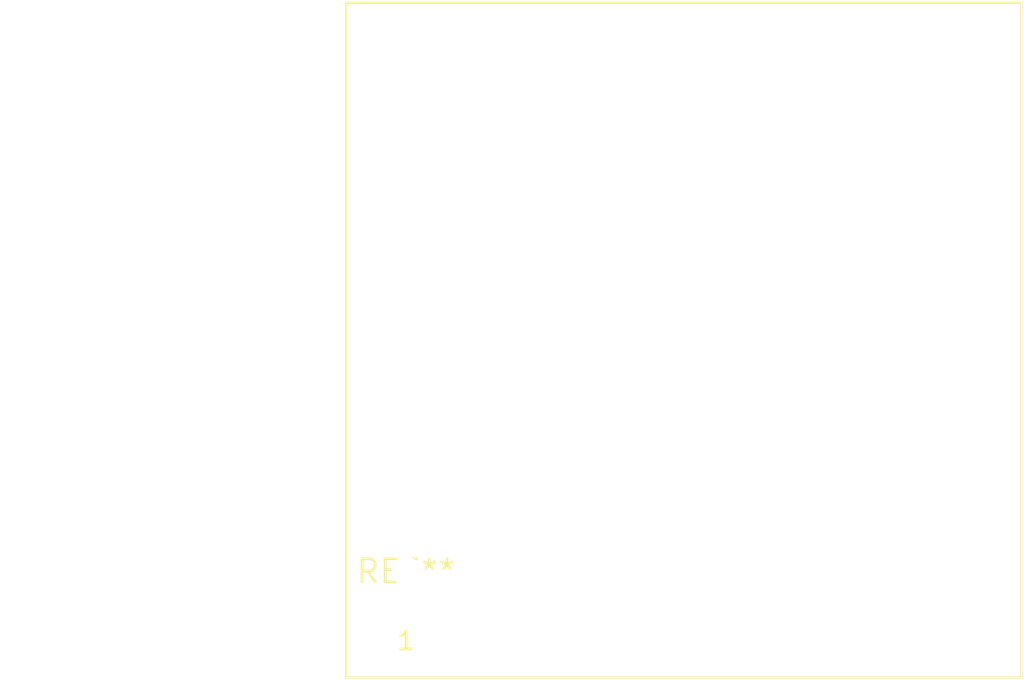
<source format=kicad_pcb>
(kicad_pcb (version 20240108) (generator pcbnew)
  (layers (0 "F.Cu" signal) (31 "B.Cu" signal) (34 "B.Paste" user) (35 "F.Paste" user) (36 "B.SilkS" user "B.Silkscreen") (37 "F.SilkS" user "F.Silkscreen") (38 "B.Mask" user) (39 "F.Mask" user) (44 "Edge.Cuts" user))
  (net 0 "")
  (footprint "Transformer_EPCOS_B66359A1013T_Horizontal" (layer "F.Cu") (at 0 0)
    (property "Reference" "REF**")
    (property "Value" "Transformer_EPCOS_B66359A1013T_Horizontal")
    (fp_line (start -3.29 -31.23) (end -3.29 5.83) (layer "F.SilkS") (stroke (width 0.12)))
    (fp_line (start -3.29 -31.23) (end 33.77 -31.23) (layer "F.SilkS") (stroke (width 0.12)))
    (fp_line (start 33.77 5.83) (end -3.29 5.83) (layer "F.SilkS") (stroke (width 0.12)))
    (fp_line (start 33.77 5.83) (end 33.77 -31.23) (layer "F.SilkS") (stroke (width 0.12)))
    (fp_text user "1" (at 0 3.81 0) (layer "F.SilkS"))
    (pad "1" thru_hole circle (at 0 0) (size 2.5 2.5) (drill 1.6) (layers *.Cu *.Mask) (remove_unused_layers))
    (pad "2" thru_hole circle (at 5.08 0) (size 2.5 2.5) (drill 1.6) (layers *.Cu *.Mask) (remove_unused_layers))
    (pad "3" thru_hole circle (at 10.16 0) (size 2.5 2.5) (drill 1.6) (layers *.Cu *.Mask) (remove_unused_layers))
    (pad "5" thru_hole circle (at 20.32 0) (size 2.5 2.5) (drill 1.6) (layers *.Cu *.Mask) (remove_unused_layers))
    (pad "6" thru_hole circle (at 25.4 0) (size 2.5 2.5) (drill 1.6) (layers *.Cu *.Mask) (remove_unused_layers))
    (pad "7" thru_hole circle (at 30.48 0) (size 2.5 2.5) (drill 1.6) (layers *.Cu *.Mask) (remove_unused_layers))
    (pad "8" thru_hole circle (at 30.48 -25.4) (size 2.5 2.5) (drill 1.6) (layers *.Cu *.Mask) (remove_unused_layers))
    (pad "9" thru_hole circle (at 25.4 -25.4) (size 2.5 2.5) (drill 1.6) (layers *.Cu *.Mask) (remove_unused_layers))
    (pad "10" thru_hole circle (at 20.32 -25.4) (size 2.5 2.5) (drill 1.6) (layers *.Cu *.Mask) (remove_unused_layers))
    (pad "11" thru_hole circle (at 15.24 -25.4) (size 2.5 2.5) (drill 1.6) (layers *.Cu *.Mask) (remove_unused_layers))
    (pad "12" thru_hole circle (at 10.16 -25.4) (size 2.5 2.5) (drill 1.6) (layers *.Cu *.Mask) (remove_unused_layers))
    (pad "13" thru_hole circle (at 5.08 -25.4) (size 2.5 2.5) (drill 1.6) (layers *.Cu *.Mask) (remove_unused_layers))
    (pad "14" thru_hole circle (at 0 -25.4) (size 2.5 2.5) (drill 1.6) (layers *.Cu *.Mask) (remove_unused_layers))
  )
)
</source>
